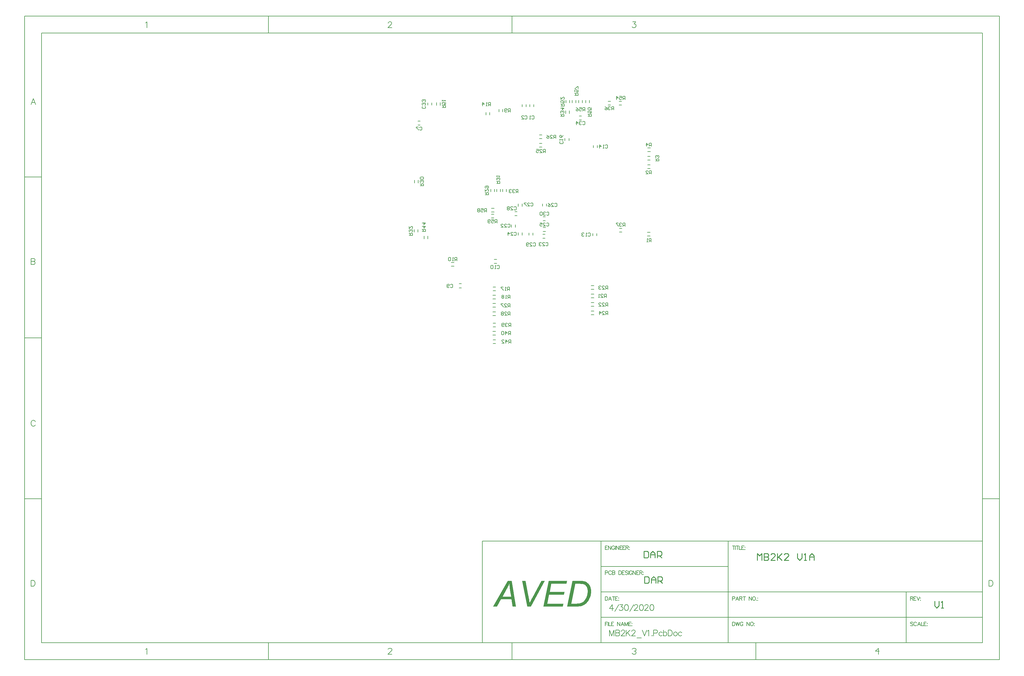
<source format=gbo>
G04*
G04 #@! TF.GenerationSoftware,Altium Limited,Altium Designer,20.0.14 (345)*
G04*
G04 Layer_Color=32896*
%FSLAX44Y44*%
%MOMM*%
G71*
G01*
G75*
%ADD11C,0.2500*%
%ADD14C,0.2000*%
%ADD18C,0.1600*%
%ADD22C,0.1270*%
%ADD23C,0.1778*%
G36*
X410400Y-780000D02*
X399300D01*
X384600Y-703100D01*
X394500D01*
X403300Y-749000D01*
Y-749100D01*
X403400Y-749500D01*
X403500Y-750200D01*
X403700Y-751100D01*
X403900Y-752100D01*
X404100Y-753400D01*
X404400Y-754700D01*
X404700Y-756200D01*
X405200Y-759400D01*
X405800Y-762700D01*
X406200Y-766100D01*
X406400Y-767600D01*
X406600Y-769100D01*
X406700Y-769000D01*
X406800Y-768700D01*
X407100Y-768200D01*
X407400Y-767500D01*
X407800Y-766600D01*
X408300Y-765700D01*
X408800Y-764600D01*
X409400Y-763500D01*
X410600Y-761000D01*
X412000Y-758400D01*
X413300Y-755800D01*
X414500Y-753500D01*
X441900Y-703100D01*
X452400D01*
X410400Y-780000D01*
D02*
G37*
G36*
X561399Y-703200D02*
X563200Y-703300D01*
X565299Y-703400D01*
X567399Y-703600D01*
X569399Y-704000D01*
X571199Y-704400D01*
X571299D01*
X571499Y-704500D01*
X571799Y-704600D01*
X572299Y-704700D01*
X573399Y-705100D01*
X574899Y-705700D01*
X576599Y-706500D01*
X578399Y-707500D01*
X580199Y-708700D01*
X581899Y-710200D01*
X581999D01*
X582099Y-710400D01*
X582599Y-710900D01*
X583399Y-711800D01*
X584399Y-713000D01*
X585499Y-714500D01*
X586699Y-716300D01*
X587799Y-718300D01*
X588699Y-720600D01*
Y-720700D01*
X588799Y-720900D01*
X588899Y-721200D01*
X589099Y-721700D01*
X589199Y-722300D01*
X589399Y-723000D01*
X589599Y-723800D01*
X589899Y-724700D01*
X590299Y-726700D01*
X590599Y-729100D01*
X590899Y-731800D01*
X590999Y-734600D01*
Y-734700D01*
Y-735000D01*
Y-735500D01*
Y-736200D01*
X590899Y-737000D01*
Y-737900D01*
X590799Y-739000D01*
X590599Y-740200D01*
X590299Y-742800D01*
X589799Y-745600D01*
X589099Y-748600D01*
X588099Y-751500D01*
Y-751600D01*
X587999Y-751800D01*
X587799Y-752200D01*
X587599Y-752800D01*
X587299Y-753400D01*
X586999Y-754200D01*
X586099Y-756000D01*
X585099Y-758100D01*
X583799Y-760400D01*
X582399Y-762700D01*
X580799Y-764900D01*
Y-765000D01*
X580599Y-765200D01*
X580399Y-765500D01*
X579999Y-765900D01*
X579099Y-766900D01*
X577899Y-768200D01*
X576499Y-769700D01*
X574899Y-771200D01*
X573099Y-772700D01*
X571299Y-774000D01*
X571199D01*
X571099Y-774100D01*
X570799Y-774300D01*
X570399Y-774500D01*
X569399Y-775100D01*
X567999Y-775800D01*
X566300Y-776600D01*
X564300Y-777400D01*
X562099Y-778200D01*
X559599Y-778800D01*
X559399D01*
X559100Y-778900D01*
X558699Y-779000D01*
X558200Y-779100D01*
X557599Y-779200D01*
X556100Y-779400D01*
X554199Y-779600D01*
X552099Y-779800D01*
X549599Y-779900D01*
X546899Y-780000D01*
X519300D01*
X535299Y-703100D01*
X560600D01*
X561399Y-703200D01*
D02*
G37*
G36*
X517500Y-711800D02*
X471900D01*
X466900Y-735800D01*
X511600D01*
X509800Y-744500D01*
X465100D01*
X459500Y-771300D01*
X508100D01*
X506300Y-780000D01*
X447500D01*
X463600Y-703100D01*
X519300D01*
X517500Y-711800D01*
D02*
G37*
G36*
X365900Y-780000D02*
X355900D01*
X352200Y-757900D01*
X321100D01*
X308800Y-780000D01*
X297500D01*
X340900Y-703100D01*
X353200D01*
X365900Y-780000D01*
D02*
G37*
%LPC*%
G36*
X557399Y-711800D02*
X543699D01*
X531300Y-771300D01*
X545600D01*
X546399Y-771200D01*
X547399D01*
X548400Y-771100D01*
X550700Y-770900D01*
X553200Y-770700D01*
X555700Y-770300D01*
X558200Y-769800D01*
X558400D01*
X558899Y-769600D01*
X559599Y-769400D01*
X560499Y-769100D01*
X561600Y-768700D01*
X562700Y-768300D01*
X565000Y-767100D01*
X565200Y-767000D01*
X565600Y-766700D01*
X566300Y-766100D01*
X567199Y-765400D01*
X568299Y-764500D01*
X569399Y-763400D01*
X570599Y-762200D01*
X571799Y-760800D01*
Y-760700D01*
X571999Y-760600D01*
X572199Y-760300D01*
X572499Y-759900D01*
X573199Y-758800D01*
X574099Y-757400D01*
X575099Y-755700D01*
X576199Y-753700D01*
X577199Y-751500D01*
X578199Y-749100D01*
Y-749000D01*
X578299Y-748800D01*
X578399Y-748400D01*
X578599Y-747900D01*
X578799Y-747300D01*
X578999Y-746600D01*
X579199Y-745700D01*
X579399Y-744700D01*
X579799Y-742500D01*
X580199Y-740000D01*
X580499Y-737200D01*
X580599Y-734100D01*
Y-734000D01*
Y-733700D01*
Y-733200D01*
Y-732500D01*
X580499Y-731800D01*
X580399Y-730900D01*
X580199Y-728800D01*
X579799Y-726500D01*
X579199Y-724100D01*
X578399Y-721800D01*
X577899Y-720700D01*
X577299Y-719700D01*
Y-719600D01*
X577199Y-719500D01*
X576699Y-718900D01*
X575999Y-718000D01*
X574999Y-717000D01*
X573799Y-715900D01*
X572399Y-714800D01*
X570799Y-713800D01*
X568999Y-713100D01*
X568799Y-713000D01*
X568299Y-712900D01*
X567399Y-712700D01*
X566100Y-712400D01*
X564500Y-712200D01*
X562500Y-712000D01*
X560099Y-711900D01*
X557399Y-711800D01*
D02*
G37*
G36*
X345800Y-711500D02*
Y-711600D01*
X345700Y-711800D01*
X345500Y-712200D01*
X345300Y-712700D01*
X345000Y-713300D01*
X344700Y-714100D01*
X344300Y-715000D01*
X343900Y-716000D01*
X343400Y-717100D01*
X342800Y-718300D01*
X341500Y-720900D01*
X339900Y-723900D01*
X338100Y-727200D01*
X325500Y-750000D01*
X351000D01*
X348000Y-730700D01*
Y-730600D01*
X347900Y-730200D01*
X347800Y-729600D01*
X347700Y-728800D01*
X347600Y-727800D01*
X347400Y-726700D01*
X347200Y-725400D01*
X347100Y-724000D01*
X346700Y-721000D01*
X346300Y-717700D01*
X346000Y-714500D01*
X345800Y-711500D01*
D02*
G37*
%LPD*%
D11*
X1620069Y-763933D02*
Y-777262D01*
X1626734Y-783927D01*
X1633398Y-777262D01*
Y-763933D01*
X1640063Y-783927D02*
X1646727D01*
X1643395D01*
Y-763933D01*
X1640063Y-767266D01*
X751069Y-689933D02*
Y-709927D01*
X761066D01*
X764398Y-706595D01*
Y-693266D01*
X761066Y-689933D01*
X751069D01*
X771063Y-709927D02*
Y-696598D01*
X777727Y-689933D01*
X784392Y-696598D01*
Y-709927D01*
Y-699930D01*
X771063D01*
X791056Y-709927D02*
Y-689933D01*
X801053D01*
X804385Y-693266D01*
Y-699930D01*
X801053Y-703262D01*
X791056D01*
X797721D02*
X804385Y-709927D01*
X749069Y-613933D02*
Y-633927D01*
X759066D01*
X762398Y-630595D01*
Y-617266D01*
X759066Y-613933D01*
X749069D01*
X769063Y-633927D02*
Y-620598D01*
X775727Y-613933D01*
X782392Y-620598D01*
Y-633927D01*
Y-623930D01*
X769063D01*
X789056Y-633927D02*
Y-613933D01*
X799053D01*
X802385Y-617266D01*
Y-623930D01*
X799053Y-627262D01*
X789056D01*
X795721D02*
X802385Y-633927D01*
X1089069Y-640927D02*
Y-620933D01*
X1095733Y-627598D01*
X1102398Y-620933D01*
Y-640927D01*
X1109063Y-620933D02*
Y-640927D01*
X1119059D01*
X1122392Y-637595D01*
Y-634263D01*
X1119059Y-630930D01*
X1109063D01*
X1119059D01*
X1122392Y-627598D01*
Y-624266D01*
X1119059Y-620933D01*
X1109063D01*
X1142385Y-640927D02*
X1129056D01*
X1142385Y-627598D01*
Y-624266D01*
X1139053Y-620933D01*
X1132388D01*
X1129056Y-624266D01*
X1149050Y-620933D02*
Y-640927D01*
Y-634263D01*
X1162379Y-620933D01*
X1152382Y-630930D01*
X1162379Y-640927D01*
X1182372D02*
X1169043D01*
X1182372Y-627598D01*
Y-624266D01*
X1179040Y-620933D01*
X1172375D01*
X1169043Y-624266D01*
X1209030Y-620933D02*
Y-634263D01*
X1215695Y-640927D01*
X1222359Y-634263D01*
Y-620933D01*
X1229024Y-640927D02*
X1235688D01*
X1232356D01*
Y-620933D01*
X1229024Y-624266D01*
X1245685Y-640927D02*
Y-627598D01*
X1252350Y-620933D01*
X1259014Y-627598D01*
Y-640927D01*
Y-630930D01*
X1245685D01*
D14*
X292000Y396750D02*
X300000D01*
X292000Y385750D02*
X300000D01*
X534500Y731250D02*
Y739250D01*
X545500Y731250D02*
Y739250D01*
X554000Y731250D02*
Y739250D01*
X565000Y731250D02*
Y739250D01*
X575000Y731250D02*
Y739250D01*
X586000Y731250D02*
Y739250D01*
X674750Y724750D02*
X682750D01*
X674750Y735750D02*
X682750D01*
X515250Y731250D02*
Y739250D01*
X526250Y731250D02*
Y739250D01*
X138750Y723750D02*
Y731750D01*
X127750Y723750D02*
Y731750D01*
X101250Y724250D02*
Y731250D01*
X113250Y724250D02*
Y731250D01*
X419250Y719500D02*
Y726500D01*
X407250Y719500D02*
Y726500D01*
X396500Y719500D02*
Y726500D01*
X384500Y719500D02*
Y726500D01*
X71500Y664000D02*
X78500D01*
X71500Y676000D02*
X78500D01*
X195500Y176250D02*
X202500D01*
X195500Y188250D02*
X202500D01*
X300750Y261750D02*
X307750D01*
X300750Y249750D02*
X307750D01*
X607750Y332500D02*
Y339500D01*
X595750Y332500D02*
Y339500D01*
X609750Y596500D02*
Y603500D01*
X597750Y596500D02*
Y603500D01*
X512500Y617750D02*
Y624750D01*
X524500Y617750D02*
Y624750D01*
X352000Y358250D02*
Y365250D01*
X364000Y358250D02*
Y365250D01*
X445750Y336750D02*
X452750D01*
X445750Y324750D02*
X452750D01*
X372500Y334500D02*
Y341500D01*
X384500Y334500D02*
Y341500D01*
X447250Y345000D02*
X454250D01*
X447250Y357000D02*
X454250D01*
X457000Y421250D02*
Y428250D01*
X445000Y421250D02*
Y428250D01*
X384500Y420750D02*
Y427750D01*
X372500Y420750D02*
Y427750D01*
X362250Y404500D02*
X369250D01*
X362250Y392500D02*
X369250D01*
X404250Y334250D02*
Y341250D01*
X416250Y334250D02*
Y341250D01*
X447000Y377000D02*
X454000D01*
X447000Y389000D02*
X454000D01*
X759750Y331750D02*
X767750D01*
X759750Y342750D02*
X767750D01*
X760250Y534000D02*
X768250D01*
X760250Y545000D02*
X768250D01*
X760250Y559500D02*
X768250D01*
X760250Y570500D02*
X768250D01*
X760500Y585000D02*
X768500D01*
X760500Y596000D02*
X768500D01*
X325500Y704000D02*
Y712000D01*
X314500Y704000D02*
Y712000D01*
X172000Y252000D02*
X180000D01*
X172000Y241000D02*
X180000D01*
X287000Y694500D02*
Y702500D01*
X276000Y694500D02*
Y702500D01*
X296750Y178750D02*
X304750D01*
X296750Y167750D02*
X304750D01*
X296500Y154250D02*
X304500D01*
X296500Y143250D02*
X304500D01*
X591000Y157250D02*
X599000D01*
X591000Y146250D02*
X599000D01*
X591000Y131500D02*
X599000D01*
X591000Y120500D02*
X599000D01*
X591000Y182500D02*
X599000D01*
X591000Y171500D02*
X599000D01*
X591000Y95250D02*
X599000D01*
X591000Y106250D02*
X599000D01*
X436000Y598250D02*
X444000D01*
X436000Y609250D02*
X444000D01*
X436000Y623750D02*
X444000D01*
X436000Y634750D02*
X444000D01*
X296500Y129250D02*
X304500D01*
X296500Y118250D02*
X304500D01*
X296500Y104000D02*
X304500D01*
X296500Y93000D02*
X304500D01*
X290000Y464500D02*
Y472500D01*
X301000Y464500D02*
Y472500D01*
X61750Y491000D02*
Y499000D01*
X72750Y491000D02*
Y499000D01*
X308000Y464500D02*
Y472500D01*
X319000Y464500D02*
Y472500D01*
X60750Y343250D02*
Y351250D01*
X71750Y343250D02*
Y351250D01*
X326250Y464500D02*
Y472500D01*
X337250Y464500D02*
Y472500D01*
X515000Y699500D02*
Y707500D01*
X526000Y699500D02*
Y707500D01*
X641500Y724750D02*
X649500D01*
X641500Y735750D02*
X649500D01*
X675500Y354750D02*
X683500D01*
X675500Y343750D02*
X683500D01*
X296750Y70000D02*
X304750D01*
X296750Y59000D02*
X304750D01*
X296500Y45250D02*
X304500D01*
X296500Y34250D02*
X304500D01*
X296750Y20250D02*
X304750D01*
X296750Y9250D02*
X304750D01*
X101750Y323500D02*
Y331500D01*
X90750Y323500D02*
Y331500D01*
X555000Y691750D02*
X562000D01*
X555000Y679750D02*
X562000D01*
X292250Y414500D02*
X300250D01*
X292250Y403500D02*
X300250D01*
D18*
X308579Y370502D02*
Y380498D01*
X303581D01*
X301915Y378832D01*
Y375500D01*
X303581Y373834D01*
X308579D01*
X305247D02*
X301915Y370502D01*
X291918Y380498D02*
X298582D01*
Y375500D01*
X295250Y377166D01*
X293584D01*
X291918Y375500D01*
Y372168D01*
X293584Y370502D01*
X296916D01*
X298582Y372168D01*
X288585D02*
X286919Y370502D01*
X283587D01*
X281921Y372168D01*
Y378832D01*
X283587Y380498D01*
X286919D01*
X288585Y378832D01*
Y377166D01*
X286919Y375500D01*
X281921D01*
X277329Y403502D02*
Y413498D01*
X272331D01*
X270665Y411832D01*
Y408500D01*
X272331Y406834D01*
X277329D01*
X273997D02*
X270665Y403502D01*
X260668Y413498D02*
X267332D01*
Y408500D01*
X264000Y410166D01*
X262334D01*
X260668Y408500D01*
Y405168D01*
X262334Y403502D01*
X265666D01*
X267332Y405168D01*
X257335Y411832D02*
X255669Y413498D01*
X252337D01*
X250671Y411832D01*
Y410166D01*
X252337Y408500D01*
X250671Y406834D01*
Y405168D01*
X252337Y403502D01*
X255669D01*
X257335Y405168D01*
Y406834D01*
X255669Y408500D01*
X257335Y410166D01*
Y411832D01*
X255669Y408500D02*
X252337D01*
X565586Y673331D02*
X567252Y674997D01*
X570584D01*
X572250Y673331D01*
Y666666D01*
X570584Y665000D01*
X567252D01*
X565586Y666666D01*
X562253Y673331D02*
X560587Y674997D01*
X557255D01*
X555589Y673331D01*
Y671665D01*
X557255Y669998D01*
X558921D01*
X557255D01*
X555589Y668332D01*
Y666666D01*
X557255Y665000D01*
X560587D01*
X562253Y666666D01*
X547258Y665000D02*
Y674997D01*
X552257Y669998D01*
X545592D01*
X85000Y345500D02*
X94997D01*
Y350498D01*
X93331Y352164D01*
X89998D01*
X88332Y350498D01*
Y345500D01*
Y348832D02*
X85000Y352164D01*
Y360495D02*
X94997D01*
X89998Y355497D01*
Y362161D01*
X85000Y370492D02*
X94997D01*
X89998Y365494D01*
Y372158D01*
X350079Y9752D02*
Y19748D01*
X345081D01*
X343414Y18082D01*
Y14750D01*
X345081Y13084D01*
X350079D01*
X346747D02*
X343414Y9752D01*
X335084D02*
Y19748D01*
X340082Y14750D01*
X333418D01*
X323421Y9752D02*
X330085D01*
X323421Y16416D01*
Y18082D01*
X325087Y19748D01*
X328419D01*
X330085Y18082D01*
X349329Y35252D02*
Y45248D01*
X344331D01*
X342664Y43582D01*
Y40250D01*
X344331Y38584D01*
X349329D01*
X345997D02*
X342664Y35252D01*
X334334D02*
Y45248D01*
X339332Y40250D01*
X332668D01*
X329336Y43582D02*
X327669Y45248D01*
X324337D01*
X322671Y43582D01*
Y36918D01*
X324337Y35252D01*
X327669D01*
X329336Y36918D01*
Y43582D01*
X350079Y59752D02*
Y69748D01*
X345081D01*
X343414Y68082D01*
Y64750D01*
X345081Y63084D01*
X350079D01*
X346747D02*
X343414Y59752D01*
X340082Y68082D02*
X338416Y69748D01*
X335084D01*
X333418Y68082D01*
Y66416D01*
X335084Y64750D01*
X336750D01*
X335084D01*
X333418Y63084D01*
Y61418D01*
X335084Y59752D01*
X338416D01*
X340082Y61418D01*
X330085D02*
X328419Y59752D01*
X325087D01*
X323421Y61418D01*
Y68082D01*
X325087Y69748D01*
X328419D01*
X330085Y68082D01*
Y66416D01*
X328419Y64750D01*
X323421D01*
X692500Y360250D02*
Y370247D01*
X687502D01*
X685835Y368581D01*
Y365248D01*
X687502Y363582D01*
X692500D01*
X689168D02*
X685835Y360250D01*
X682503Y368581D02*
X680837Y370247D01*
X677505D01*
X675839Y368581D01*
Y366914D01*
X677505Y365248D01*
X679171D01*
X677505D01*
X675839Y363582D01*
Y361916D01*
X677505Y360250D01*
X680837D01*
X682503Y361916D01*
X672506Y370247D02*
X665842D01*
Y368581D01*
X672506Y361916D01*
Y360250D01*
X658750Y709750D02*
Y719747D01*
X653752D01*
X652085Y718081D01*
Y714748D01*
X653752Y713082D01*
X658750D01*
X655418D02*
X652085Y709750D01*
X648753Y718081D02*
X647087Y719747D01*
X643755D01*
X642089Y718081D01*
Y716414D01*
X643755Y714748D01*
X645421D01*
X643755D01*
X642089Y713082D01*
Y711416D01*
X643755Y709750D01*
X647087D01*
X648753Y711416D01*
X632092Y719747D02*
X635424Y718081D01*
X638756Y714748D01*
Y711416D01*
X637090Y709750D01*
X633758D01*
X632092Y711416D01*
Y713082D01*
X633758Y714748D01*
X638756D01*
X499500Y690250D02*
X509497D01*
Y695248D01*
X507831Y696915D01*
X504498D01*
X502832Y695248D01*
Y690250D01*
Y693582D02*
X499500Y696915D01*
X507831Y700247D02*
X509497Y701913D01*
Y705245D01*
X507831Y706911D01*
X506165D01*
X504498Y705245D01*
Y703579D01*
Y705245D01*
X502832Y706911D01*
X501166D01*
X499500Y705245D01*
Y701913D01*
X501166Y700247D01*
X499500Y715242D02*
X509497D01*
X504498Y710244D01*
Y716908D01*
X372000Y461500D02*
Y471497D01*
X367002D01*
X365336Y469831D01*
Y466498D01*
X367002Y464832D01*
X372000D01*
X368668D02*
X365336Y461500D01*
X362003Y469831D02*
X360337Y471497D01*
X357005D01*
X355339Y469831D01*
Y468164D01*
X357005Y466498D01*
X358671D01*
X357005D01*
X355339Y464832D01*
Y463166D01*
X357005Y461500D01*
X360337D01*
X362003Y463166D01*
X352006Y469831D02*
X350340Y471497D01*
X347008D01*
X345342Y469831D01*
Y468164D01*
X347008Y466498D01*
X348674D01*
X347008D01*
X345342Y464832D01*
Y463166D01*
X347008Y461500D01*
X350340D01*
X352006Y463166D01*
X45500Y333750D02*
X55497D01*
Y338748D01*
X53831Y340415D01*
X50498D01*
X48832Y338748D01*
Y333750D01*
Y337082D02*
X45500Y340415D01*
X53831Y343747D02*
X55497Y345413D01*
Y348745D01*
X53831Y350411D01*
X52165D01*
X50498Y348745D01*
Y347079D01*
Y348745D01*
X48832Y350411D01*
X47166D01*
X45500Y348745D01*
Y345413D01*
X47166Y343747D01*
X45500Y360408D02*
Y353744D01*
X52165Y360408D01*
X53831D01*
X55497Y358742D01*
Y355410D01*
X53831Y353744D01*
X307750Y489250D02*
X317747D01*
Y494248D01*
X316081Y495914D01*
X312748D01*
X311082Y494248D01*
Y489250D01*
Y492582D02*
X307750Y495914D01*
X316081Y499247D02*
X317747Y500913D01*
Y504245D01*
X316081Y505911D01*
X314415D01*
X312748Y504245D01*
Y502579D01*
Y504245D01*
X311082Y505911D01*
X309416D01*
X307750Y504245D01*
Y500913D01*
X309416Y499247D01*
X307750Y509244D02*
Y512576D01*
Y510910D01*
X317747D01*
X316081Y509244D01*
X79000Y482000D02*
X88997D01*
Y486998D01*
X87331Y488665D01*
X83998D01*
X82332Y486998D01*
Y482000D01*
Y485332D02*
X79000Y488665D01*
X87331Y491997D02*
X88997Y493663D01*
Y496995D01*
X87331Y498661D01*
X85665D01*
X83998Y496995D01*
Y495329D01*
Y496995D01*
X82332Y498661D01*
X80666D01*
X79000Y496995D01*
Y493663D01*
X80666Y491997D01*
X87331Y501994D02*
X88997Y503660D01*
Y506992D01*
X87331Y508658D01*
X80666D01*
X79000Y506992D01*
Y503660D01*
X80666Y501994D01*
X87331D01*
X273250Y455000D02*
X283247D01*
Y459998D01*
X281581Y461665D01*
X278248D01*
X276582Y459998D01*
Y455000D01*
Y458332D02*
X273250Y461665D01*
Y471661D02*
Y464997D01*
X279914Y471661D01*
X281581D01*
X283247Y469995D01*
Y466663D01*
X281581Y464997D01*
X274916Y474994D02*
X273250Y476660D01*
Y479992D01*
X274916Y481658D01*
X281581D01*
X283247Y479992D01*
Y476660D01*
X281581Y474994D01*
X279914D01*
X278248Y476660D01*
Y481658D01*
X348079Y93502D02*
Y103498D01*
X343081D01*
X341414Y101832D01*
Y98500D01*
X343081Y96834D01*
X348079D01*
X344747D02*
X341414Y93502D01*
X331418D02*
X338082D01*
X331418Y100166D01*
Y101832D01*
X333084Y103498D01*
X336416D01*
X338082Y101832D01*
X328085D02*
X326419Y103498D01*
X323087D01*
X321421Y101832D01*
Y100166D01*
X323087Y98500D01*
X321421Y96834D01*
Y95168D01*
X323087Y93502D01*
X326419D01*
X328085Y95168D01*
Y96834D01*
X326419Y98500D01*
X328085Y100166D01*
Y101832D01*
X326419Y98500D02*
X323087D01*
X347829Y118502D02*
Y128498D01*
X342831D01*
X341165Y126832D01*
Y123500D01*
X342831Y121834D01*
X347829D01*
X344497D02*
X341165Y118502D01*
X331168D02*
X337832D01*
X331168Y125166D01*
Y126832D01*
X332834Y128498D01*
X336166D01*
X337832Y126832D01*
X327835Y128498D02*
X321171D01*
Y126832D01*
X327835Y120168D01*
Y118502D01*
X485000Y624250D02*
Y634247D01*
X480002D01*
X478335Y632581D01*
Y629248D01*
X480002Y627582D01*
X485000D01*
X481668D02*
X478335Y624250D01*
X468339D02*
X475003D01*
X468339Y630914D01*
Y632581D01*
X470005Y634247D01*
X473337D01*
X475003Y632581D01*
X458342Y634247D02*
X461674Y632581D01*
X465006Y629248D01*
Y625916D01*
X463340Y624250D01*
X460008D01*
X458342Y625916D01*
Y627582D01*
X460008Y629248D01*
X465006D01*
X453500Y581250D02*
Y591247D01*
X448502D01*
X446836Y589581D01*
Y586248D01*
X448502Y584582D01*
X453500D01*
X450168D02*
X446836Y581250D01*
X436839D02*
X443503D01*
X436839Y587915D01*
Y589581D01*
X438505Y591247D01*
X441837D01*
X443503Y589581D01*
X426842Y591247D02*
X433506D01*
Y586248D01*
X430174Y587915D01*
X428508D01*
X426842Y586248D01*
Y582916D01*
X428508Y581250D01*
X431840D01*
X433506Y582916D01*
X641000Y95500D02*
Y105497D01*
X636002D01*
X634336Y103831D01*
Y100498D01*
X636002Y98832D01*
X641000D01*
X637668D02*
X634336Y95500D01*
X624339D02*
X631003D01*
X624339Y102164D01*
Y103831D01*
X626005Y105497D01*
X629337D01*
X631003Y103831D01*
X616008Y95500D02*
Y105497D01*
X621006Y100498D01*
X614342D01*
X640500Y171750D02*
Y181747D01*
X635502D01*
X633835Y180081D01*
Y176748D01*
X635502Y175082D01*
X640500D01*
X637168D02*
X633835Y171750D01*
X623839D02*
X630503D01*
X623839Y178414D01*
Y180081D01*
X625505Y181747D01*
X628837D01*
X630503Y180081D01*
X620506D02*
X618840Y181747D01*
X615508D01*
X613842Y180081D01*
Y178414D01*
X615508Y176748D01*
X617174D01*
X615508D01*
X613842Y175082D01*
Y173416D01*
X615508Y171750D01*
X618840D01*
X620506Y173416D01*
X640500Y120750D02*
Y130747D01*
X635502D01*
X633835Y129081D01*
Y125748D01*
X635502Y124082D01*
X640500D01*
X637168D02*
X633835Y120750D01*
X623839D02*
X630503D01*
X623839Y127415D01*
Y129081D01*
X625505Y130747D01*
X628837D01*
X630503Y129081D01*
X613842Y120750D02*
X620506D01*
X613842Y127415D01*
Y129081D01*
X615508Y130747D01*
X618840D01*
X620506Y129081D01*
X636500Y147000D02*
Y156997D01*
X631502D01*
X629836Y155331D01*
Y151998D01*
X631502Y150332D01*
X636500D01*
X633168D02*
X629836Y147000D01*
X619839D02*
X626503D01*
X619839Y153665D01*
Y155331D01*
X621505Y156997D01*
X624837D01*
X626503Y155331D01*
X616506Y147000D02*
X613174D01*
X614840D01*
Y156997D01*
X616506Y155331D01*
X347996Y144252D02*
Y154248D01*
X342998D01*
X341331Y152582D01*
Y149250D01*
X342998Y147584D01*
X347996D01*
X344664D02*
X341331Y144252D01*
X337999D02*
X334667D01*
X336333D01*
Y154248D01*
X337999Y152582D01*
X329669D02*
X328002Y154248D01*
X324670D01*
X323004Y152582D01*
Y150916D01*
X324670Y149250D01*
X323004Y147584D01*
Y145918D01*
X324670Y144252D01*
X328002D01*
X329669Y145918D01*
Y147584D01*
X328002Y149250D01*
X329669Y150916D01*
Y152582D01*
X328002Y149250D02*
X324670D01*
X345996Y168252D02*
Y178248D01*
X340998D01*
X339331Y176582D01*
Y173250D01*
X340998Y171584D01*
X345996D01*
X342664D02*
X339331Y168252D01*
X335999D02*
X332667D01*
X334333D01*
Y178248D01*
X335999Y176582D01*
X327668Y178248D02*
X321004D01*
Y176582D01*
X327668Y169918D01*
Y168252D01*
X289162Y721908D02*
Y731904D01*
X284163D01*
X282497Y730238D01*
Y726906D01*
X284163Y725240D01*
X289162D01*
X285830D02*
X282497Y721908D01*
X279165D02*
X275833D01*
X277499D01*
Y731904D01*
X279165Y730238D01*
X265836Y721908D02*
Y731904D01*
X270834Y726906D01*
X264170D01*
X188500Y257000D02*
Y266997D01*
X183502D01*
X181835Y265331D01*
Y261998D01*
X183502Y260332D01*
X188500D01*
X185168D02*
X181835Y257000D01*
X178503D02*
X175171D01*
X176837D01*
Y266997D01*
X178503Y265331D01*
X170173D02*
X168506Y266997D01*
X165174D01*
X163508Y265331D01*
Y258666D01*
X165174Y257000D01*
X168506D01*
X170173Y258666D01*
Y265331D01*
X348500Y703500D02*
Y713497D01*
X343502D01*
X341836Y711831D01*
Y708498D01*
X343502Y706832D01*
X348500D01*
X345168D02*
X341836Y703500D01*
X338503Y705166D02*
X336837Y703500D01*
X333505D01*
X331839Y705166D01*
Y711831D01*
X333505Y713497D01*
X336837D01*
X338503Y711831D01*
Y710164D01*
X336837Y708498D01*
X331839D01*
X771500Y600500D02*
Y610497D01*
X766502D01*
X764836Y608831D01*
Y605498D01*
X766502Y603832D01*
X771500D01*
X768168D02*
X764836Y600500D01*
X756505D02*
Y610497D01*
X761503Y605498D01*
X754839D01*
X783750Y556500D02*
X793747D01*
Y561498D01*
X792081Y563164D01*
X788748D01*
X787082Y561498D01*
Y556500D01*
Y559832D02*
X783750Y563164D01*
X792081Y566497D02*
X793747Y568163D01*
Y571495D01*
X792081Y573161D01*
X790415D01*
X788748Y571495D01*
Y569829D01*
Y571495D01*
X787082Y573161D01*
X785416D01*
X783750Y571495D01*
Y568163D01*
X785416Y566497D01*
X771500Y517500D02*
Y527497D01*
X766502D01*
X764836Y525831D01*
Y522498D01*
X766502Y520832D01*
X771500D01*
X768168D02*
X764836Y517500D01*
X754839D02*
X761503D01*
X754839Y524165D01*
Y525831D01*
X756505Y527497D01*
X759837D01*
X761503Y525831D01*
X770750Y313750D02*
Y323747D01*
X765752D01*
X764085Y322081D01*
Y318748D01*
X765752Y317082D01*
X770750D01*
X767418D02*
X764085Y313750D01*
X760753D02*
X757421D01*
X759087D01*
Y323747D01*
X760753Y322081D01*
X457585Y401581D02*
X459252Y403247D01*
X462584D01*
X464250Y401581D01*
Y394916D01*
X462584Y393250D01*
X459252D01*
X457585Y394916D01*
X454253Y401581D02*
X452587Y403247D01*
X449255D01*
X447589Y401581D01*
Y399915D01*
X449255Y398248D01*
X450921D01*
X449255D01*
X447589Y396582D01*
Y394916D01*
X449255Y393250D01*
X452587D01*
X454253Y394916D01*
X444256Y401581D02*
X442590Y403247D01*
X439258D01*
X437592Y401581D01*
Y394916D01*
X439258Y393250D01*
X442590D01*
X444256Y394916D01*
Y401581D01*
X417336Y309331D02*
X419002Y310997D01*
X422334D01*
X424000Y309331D01*
Y302666D01*
X422334Y301000D01*
X419002D01*
X417336Y302666D01*
X407339Y301000D02*
X414003D01*
X407339Y307665D01*
Y309331D01*
X409005Y310997D01*
X412337D01*
X414003Y309331D01*
X404006Y302666D02*
X402340Y301000D01*
X399008D01*
X397342Y302666D01*
Y309331D01*
X399008Y310997D01*
X402340D01*
X404006Y309331D01*
Y307665D01*
X402340Y305998D01*
X397342D01*
X359585Y418081D02*
X361252Y419747D01*
X364584D01*
X366250Y418081D01*
Y411416D01*
X364584Y409750D01*
X361252D01*
X359585Y411416D01*
X349589Y409750D02*
X356253D01*
X349589Y416414D01*
Y418081D01*
X351255Y419747D01*
X354587D01*
X356253Y418081D01*
X346256D02*
X344590Y419747D01*
X341258D01*
X339592Y418081D01*
Y416414D01*
X341258Y414748D01*
X339592Y413082D01*
Y411416D01*
X341258Y409750D01*
X344590D01*
X346256Y411416D01*
Y413082D01*
X344590Y414748D01*
X346256Y416414D01*
Y418081D01*
X344590Y414748D02*
X341258D01*
X410085Y429331D02*
X411752Y430997D01*
X415084D01*
X416750Y429331D01*
Y422666D01*
X415084Y421000D01*
X411752D01*
X410085Y422666D01*
X400089Y421000D02*
X406753D01*
X400089Y427664D01*
Y429331D01*
X401755Y430997D01*
X405087D01*
X406753Y429331D01*
X396756Y430997D02*
X390092D01*
Y429331D01*
X396756Y422666D01*
Y421000D01*
X481836Y428331D02*
X483502Y429997D01*
X486834D01*
X488500Y428331D01*
Y421666D01*
X486834Y420000D01*
X483502D01*
X481836Y421666D01*
X471839Y420000D02*
X478503D01*
X471839Y426665D01*
Y428331D01*
X473505Y429997D01*
X476837D01*
X478503Y428331D01*
X461842Y429997D02*
X465174Y428331D01*
X468506Y424998D01*
Y421666D01*
X466840Y420000D01*
X463508D01*
X461842Y421666D01*
Y423332D01*
X463508Y424998D01*
X468506D01*
X457336Y369331D02*
X459002Y370997D01*
X462334D01*
X464000Y369331D01*
Y362666D01*
X462334Y361000D01*
X459002D01*
X457336Y362666D01*
X447339Y361000D02*
X454003D01*
X447339Y367664D01*
Y369331D01*
X449005Y370997D01*
X452337D01*
X454003Y369331D01*
X437342Y370997D02*
X444006D01*
Y365998D01*
X440674Y367664D01*
X439008D01*
X437342Y365998D01*
Y362666D01*
X439008Y361000D01*
X442340D01*
X444006Y362666D01*
X360085Y341331D02*
X361752Y342997D01*
X365084D01*
X366750Y341331D01*
Y334666D01*
X365084Y333000D01*
X361752D01*
X360085Y334666D01*
X350089Y333000D02*
X356753D01*
X350089Y339664D01*
Y341331D01*
X351755Y342997D01*
X355087D01*
X356753Y341331D01*
X341758Y333000D02*
Y342997D01*
X346756Y337998D01*
X340092D01*
X455085Y310331D02*
X456752Y311997D01*
X460084D01*
X461750Y310331D01*
Y303666D01*
X460084Y302000D01*
X456752D01*
X455085Y303666D01*
X445089Y302000D02*
X451753D01*
X445089Y308664D01*
Y310331D01*
X446755Y311997D01*
X450087D01*
X451753Y310331D01*
X441756D02*
X440090Y311997D01*
X436758D01*
X435092Y310331D01*
Y308664D01*
X436758Y306998D01*
X438424D01*
X436758D01*
X435092Y305332D01*
Y303666D01*
X436758Y302000D01*
X440090D01*
X441756Y303666D01*
X341086Y365831D02*
X342752Y367497D01*
X346084D01*
X347750Y365831D01*
Y359166D01*
X346084Y357500D01*
X342752D01*
X341086Y359166D01*
X331089Y357500D02*
X337753D01*
X331089Y364165D01*
Y365831D01*
X332755Y367497D01*
X336087D01*
X337753Y365831D01*
X321092Y357500D02*
X327756D01*
X321092Y364165D01*
Y365831D01*
X322758Y367497D01*
X326090D01*
X327756Y365831D01*
X505581Y615415D02*
X507247Y613748D01*
Y610416D01*
X505581Y608750D01*
X498916D01*
X497250Y610416D01*
Y613748D01*
X498916Y615415D01*
X497250Y618747D02*
Y622079D01*
Y620413D01*
X507247D01*
X505581Y618747D01*
X507247Y633742D02*
X505581Y630410D01*
X502248Y627077D01*
X498916D01*
X497250Y628744D01*
Y632076D01*
X498916Y633742D01*
X500582D01*
X502248Y632076D01*
Y627077D01*
X633086Y603081D02*
X634752Y604747D01*
X638084D01*
X639750Y603081D01*
Y596416D01*
X638084Y594750D01*
X634752D01*
X633086Y596416D01*
X629753Y594750D02*
X626421D01*
X628087D01*
Y604747D01*
X629753Y603081D01*
X616424Y594750D02*
Y604747D01*
X621423Y599748D01*
X614758D01*
X581586Y339331D02*
X583252Y340997D01*
X586584D01*
X588250Y339331D01*
Y332666D01*
X586584Y331000D01*
X583252D01*
X581586Y332666D01*
X578253Y331000D02*
X574921D01*
X576587D01*
Y340997D01*
X578253Y339331D01*
X569923D02*
X568256Y340997D01*
X564924D01*
X563258Y339331D01*
Y337664D01*
X564924Y335998D01*
X566590D01*
X564924D01*
X563258Y334332D01*
Y332666D01*
X564924Y331000D01*
X568256D01*
X569923Y332666D01*
X309086Y242081D02*
X310752Y243747D01*
X314084D01*
X315750Y242081D01*
Y235416D01*
X314084Y233750D01*
X310752D01*
X309086Y235416D01*
X305753Y233750D02*
X302421D01*
X304087D01*
Y243747D01*
X305753Y242081D01*
X297423D02*
X295756Y243747D01*
X292424D01*
X290758Y242081D01*
Y235416D01*
X292424Y233750D01*
X295756D01*
X297423Y235416D01*
Y242081D01*
X169335Y184831D02*
X171002Y186497D01*
X174334D01*
X176000Y184831D01*
Y178166D01*
X174334Y176500D01*
X171002D01*
X169335Y178166D01*
X166003D02*
X164337Y176500D01*
X161005D01*
X159339Y178166D01*
Y184831D01*
X161005Y186497D01*
X164337D01*
X166003Y184831D01*
Y183165D01*
X164337Y181498D01*
X159339D01*
X76835Y657081D02*
X78502Y658747D01*
X81834D01*
X83500Y657081D01*
Y650416D01*
X81834Y648750D01*
X78502D01*
X76835Y650416D01*
X73503Y658747D02*
X66839D01*
Y657081D01*
X73503Y650416D01*
Y648750D01*
X392336Y690831D02*
X394002Y692497D01*
X397334D01*
X399000Y690831D01*
Y684166D01*
X397334Y682500D01*
X394002D01*
X392336Y684166D01*
X382339Y682500D02*
X389003D01*
X382339Y689165D01*
Y690831D01*
X384005Y692497D01*
X387337D01*
X389003Y690831D01*
X413335D02*
X415002Y692497D01*
X418334D01*
X420000Y690831D01*
Y684166D01*
X418334Y682500D01*
X415002D01*
X413335Y684166D01*
X410003Y682500D02*
X406671D01*
X408337D01*
Y692497D01*
X410003Y690831D01*
X93332Y720585D02*
X94998Y718919D01*
Y715587D01*
X93332Y713921D01*
X86668D01*
X85002Y715587D01*
Y718919D01*
X86668Y720585D01*
X93332Y723918D02*
X94998Y725584D01*
Y728916D01*
X93332Y730582D01*
X91666D01*
X90000Y728916D01*
Y727250D01*
Y728916D01*
X88334Y730582D01*
X86668D01*
X85002Y728916D01*
Y725584D01*
X86668Y723918D01*
X93332Y733914D02*
X94998Y735581D01*
Y738913D01*
X93332Y740579D01*
X91666D01*
X90000Y738913D01*
Y737247D01*
Y738913D01*
X88334Y740579D01*
X86668D01*
X85002Y738913D01*
Y735581D01*
X86668Y733914D01*
X144502Y716587D02*
X154498D01*
Y721585D01*
X152832Y723252D01*
X149500D01*
X147834Y721585D01*
Y716587D01*
Y719919D02*
X144502Y723252D01*
X154498Y733248D02*
Y726584D01*
X149500D01*
X151166Y729916D01*
Y731582D01*
X149500Y733248D01*
X146168D01*
X144502Y731582D01*
Y728250D01*
X146168Y726584D01*
X144502Y736581D02*
Y739913D01*
Y738247D01*
X154498D01*
X152832Y736581D01*
X500500Y721250D02*
X510497D01*
Y726248D01*
X508831Y727915D01*
X505498D01*
X503832Y726248D01*
Y721250D01*
Y724582D02*
X500500Y727915D01*
X510497Y737911D02*
Y731247D01*
X505498D01*
X507164Y734579D01*
Y736245D01*
X505498Y737911D01*
X502166D01*
X500500Y736245D01*
Y732913D01*
X502166Y731247D01*
X500500Y747908D02*
Y741244D01*
X507164Y747908D01*
X508831D01*
X510497Y746242D01*
Y742910D01*
X508831Y741244D01*
X692500Y740750D02*
Y750747D01*
X687502D01*
X685835Y749081D01*
Y745748D01*
X687502Y744082D01*
X692500D01*
X689168D02*
X685835Y740750D01*
X675839Y750747D02*
X682503D01*
Y745748D01*
X679171Y747414D01*
X677505D01*
X675839Y745748D01*
Y742416D01*
X677505Y740750D01*
X680837D01*
X682503Y742416D01*
X667508Y740750D02*
Y750747D01*
X672506Y745748D01*
X665842D01*
X582002Y690421D02*
X591998D01*
Y695419D01*
X590332Y697085D01*
X587000D01*
X585334Y695419D01*
Y690421D01*
Y693753D02*
X582002Y697085D01*
X591998Y707082D02*
Y700418D01*
X587000D01*
X588666Y703750D01*
Y705416D01*
X587000Y707082D01*
X583668D01*
X582002Y705416D01*
Y702084D01*
X583668Y700418D01*
X591998Y717079D02*
Y710415D01*
X587000D01*
X588666Y713747D01*
Y715413D01*
X587000Y717079D01*
X583668D01*
X582002Y715413D01*
Y712081D01*
X583668Y710415D01*
X572329Y707002D02*
Y716998D01*
X567331D01*
X565664Y715332D01*
Y712000D01*
X567331Y710334D01*
X572329D01*
X568997D02*
X565664Y707002D01*
X555668Y716998D02*
X562332D01*
Y712000D01*
X559000Y713666D01*
X557334D01*
X555668Y712000D01*
Y708668D01*
X557334Y707002D01*
X560666D01*
X562332Y708668D01*
X545671Y716998D02*
X549003Y715332D01*
X552336Y712000D01*
Y708668D01*
X550669Y707002D01*
X547337D01*
X545671Y708668D01*
Y710334D01*
X547337Y712000D01*
X552336D01*
X542002Y753671D02*
X551998D01*
Y758669D01*
X550332Y760335D01*
X547000D01*
X545334Y758669D01*
Y753671D01*
Y757003D02*
X542002Y760335D01*
X551998Y770332D02*
Y763668D01*
X547000D01*
X548666Y767000D01*
Y768666D01*
X547000Y770332D01*
X543668D01*
X542002Y768666D01*
Y765334D01*
X543668Y763668D01*
X551998Y773664D02*
Y780329D01*
X550332D01*
X543668Y773664D01*
X542002D01*
D22*
X1084129Y-939377D02*
Y-888577D01*
X1001579D02*
Y-736177D01*
X1534979Y-888577D02*
Y-736177D01*
X620579Y-888577D02*
Y-583777D01*
X1763579Y-888577D02*
Y-583777D01*
X1001579D02*
X1763579D01*
X1001579Y-736177D02*
Y-583777D01*
X620579D02*
X1001579D01*
X620579Y-736177D02*
X1763579D01*
X620579Y-812377D02*
X1763579D01*
X620579Y-888577D02*
X1763579D01*
X620579Y-659977D02*
X1001579D01*
X264979Y-583777D02*
X620579D01*
X264979Y-888577D02*
Y-583777D01*
Y-888577D02*
X620579D01*
X353879Y-939377D02*
Y-888577D01*
X-376371Y-939377D02*
Y-888577D01*
X-1106621Y-456777D02*
X-1055821D01*
X-1106621Y25823D02*
X-1055821D01*
X-1106621Y508423D02*
X-1055821D01*
X-1106621Y-939377D02*
Y991023D01*
X1763579Y-456777D02*
X1814379D01*
X353879Y940223D02*
Y991023D01*
X-376371Y940223D02*
Y991023D01*
X-1055821Y940223D02*
X1763579D01*
Y-888577D02*
Y940223D01*
X-1055821Y-888577D02*
X1763579D01*
X-1055821D02*
Y940223D01*
X-1106621Y991023D02*
X1814379D01*
Y-939377D02*
Y991023D01*
X-1106621Y-939377D02*
X1814379D01*
X1555297Y-827982D02*
X1554209Y-826894D01*
X1552576Y-826349D01*
X1550400D01*
X1548767Y-826894D01*
X1547679Y-827982D01*
Y-829070D01*
X1548223Y-830159D01*
X1548767Y-830703D01*
X1549856Y-831247D01*
X1553121Y-832335D01*
X1554209Y-832879D01*
X1554753Y-833424D01*
X1555297Y-834512D01*
Y-836144D01*
X1554209Y-837233D01*
X1552576Y-837777D01*
X1550400D01*
X1548767Y-837233D01*
X1547679Y-836144D01*
X1566017Y-829070D02*
X1565473Y-827982D01*
X1564385Y-826894D01*
X1563297Y-826349D01*
X1561120D01*
X1560032Y-826894D01*
X1558943Y-827982D01*
X1558399Y-829070D01*
X1557855Y-830703D01*
Y-833424D01*
X1558399Y-835056D01*
X1558943Y-836144D01*
X1560032Y-837233D01*
X1561120Y-837777D01*
X1563297D01*
X1564385Y-837233D01*
X1565473Y-836144D01*
X1566017Y-835056D01*
X1577935Y-837777D02*
X1573582Y-826349D01*
X1569228Y-837777D01*
X1570861Y-833968D02*
X1576302D01*
X1580601Y-826349D02*
Y-837777D01*
X1587131D01*
X1595457Y-826349D02*
X1588383D01*
Y-837777D01*
X1595457D01*
X1588383Y-831791D02*
X1592736D01*
X1597906Y-830159D02*
X1597362Y-830703D01*
X1597906Y-831247D01*
X1598450Y-830703D01*
X1597906Y-830159D01*
Y-836689D02*
X1597362Y-837233D01*
X1597906Y-837777D01*
X1598450Y-837233D01*
X1597906Y-836689D01*
X633279Y-826349D02*
Y-837777D01*
Y-826349D02*
X640353D01*
X633279Y-831791D02*
X637632D01*
X641659Y-826349D02*
Y-837777D01*
X644054Y-826349D02*
Y-837777D01*
X650584D01*
X658909Y-826349D02*
X651835D01*
Y-837777D01*
X658909D01*
X651835Y-831791D02*
X656189D01*
X669793Y-826349D02*
Y-837777D01*
Y-826349D02*
X677411Y-837777D01*
Y-826349D02*
Y-837777D01*
X689274D02*
X684921Y-826349D01*
X680567Y-837777D01*
X682200Y-833968D02*
X687642D01*
X691941Y-826349D02*
Y-837777D01*
Y-826349D02*
X696294Y-837777D01*
X700647Y-826349D02*
X696294Y-837777D01*
X700647Y-826349D02*
Y-837777D01*
X710986Y-826349D02*
X703912D01*
Y-837777D01*
X710986D01*
X703912Y-831791D02*
X708266D01*
X713435Y-830159D02*
X712891Y-830703D01*
X713435Y-831247D01*
X713979Y-830703D01*
X713435Y-830159D01*
Y-836689D02*
X712891Y-837233D01*
X713435Y-837777D01*
X713979Y-837233D01*
X713435Y-836689D01*
X633279Y-678665D02*
X638176D01*
X639809Y-678121D01*
X640353Y-677577D01*
X640897Y-676489D01*
Y-674856D01*
X640353Y-673768D01*
X639809Y-673224D01*
X638176Y-672680D01*
X633279D01*
Y-684107D01*
X651618Y-675400D02*
X651073Y-674312D01*
X649985Y-673224D01*
X648897Y-672680D01*
X646720D01*
X645632Y-673224D01*
X644543Y-674312D01*
X643999Y-675400D01*
X643455Y-677033D01*
Y-679754D01*
X643999Y-681386D01*
X644543Y-682475D01*
X645632Y-683563D01*
X646720Y-684107D01*
X648897D01*
X649985Y-683563D01*
X651073Y-682475D01*
X651618Y-681386D01*
X654828Y-672680D02*
Y-684107D01*
Y-672680D02*
X659726D01*
X661358Y-673224D01*
X661902Y-673768D01*
X662447Y-674856D01*
Y-675945D01*
X661902Y-677033D01*
X661358Y-677577D01*
X659726Y-678121D01*
X654828D02*
X659726D01*
X661358Y-678665D01*
X661902Y-679210D01*
X662447Y-680298D01*
Y-681930D01*
X661902Y-683019D01*
X661358Y-683563D01*
X659726Y-684107D01*
X654828D01*
X673983Y-672680D02*
Y-684107D01*
Y-672680D02*
X677792D01*
X679425Y-673224D01*
X680513Y-674312D01*
X681057Y-675400D01*
X681601Y-677033D01*
Y-679754D01*
X681057Y-681386D01*
X680513Y-682475D01*
X679425Y-683563D01*
X677792Y-684107D01*
X673983D01*
X691233Y-672680D02*
X684159D01*
Y-684107D01*
X691233D01*
X684159Y-678121D02*
X688512D01*
X700756Y-674312D02*
X699668Y-673224D01*
X698035Y-672680D01*
X695859D01*
X694226Y-673224D01*
X693138Y-674312D01*
Y-675400D01*
X693682Y-676489D01*
X694226Y-677033D01*
X695314Y-677577D01*
X698579Y-678665D01*
X699668Y-679210D01*
X700212Y-679754D01*
X700756Y-680842D01*
Y-682475D01*
X699668Y-683563D01*
X698035Y-684107D01*
X695859D01*
X694226Y-683563D01*
X693138Y-682475D01*
X703314Y-672680D02*
Y-684107D01*
X713870Y-675400D02*
X713326Y-674312D01*
X712238Y-673224D01*
X711150Y-672680D01*
X708973D01*
X707885Y-673224D01*
X706796Y-674312D01*
X706252Y-675400D01*
X705708Y-677033D01*
Y-679754D01*
X706252Y-681386D01*
X706796Y-682475D01*
X707885Y-683563D01*
X708973Y-684107D01*
X711150D01*
X712238Y-683563D01*
X713326Y-682475D01*
X713870Y-681386D01*
Y-679754D01*
X711150D02*
X713870D01*
X716482Y-672680D02*
Y-684107D01*
Y-672680D02*
X724101Y-684107D01*
Y-672680D02*
Y-684107D01*
X734331Y-672680D02*
X727257D01*
Y-684107D01*
X734331D01*
X727257Y-678121D02*
X731610D01*
X736236Y-672680D02*
Y-684107D01*
Y-672680D02*
X741133D01*
X742766Y-673224D01*
X743310Y-673768D01*
X743854Y-674856D01*
Y-675945D01*
X743310Y-677033D01*
X742766Y-677577D01*
X741133Y-678121D01*
X736236D01*
X740045D02*
X743854Y-684107D01*
X746956Y-676489D02*
X746412Y-677033D01*
X746956Y-677577D01*
X747500Y-677033D01*
X746956Y-676489D01*
Y-683019D02*
X746412Y-683563D01*
X746956Y-684107D01*
X747500Y-683563D01*
X746956Y-683019D01*
X1018088Y-597749D02*
Y-609177D01*
X1014279Y-597749D02*
X1021897D01*
X1023258D02*
Y-609177D01*
X1029461Y-597749D02*
Y-609177D01*
X1025652Y-597749D02*
X1033271D01*
X1034631D02*
Y-609177D01*
X1041161D01*
X1049487Y-597749D02*
X1042413D01*
Y-609177D01*
X1049487D01*
X1042413Y-603191D02*
X1046766D01*
X1051936Y-601559D02*
X1051391Y-602103D01*
X1051936Y-602647D01*
X1052480Y-602103D01*
X1051936Y-601559D01*
Y-608089D02*
X1051391Y-608633D01*
X1051936Y-609177D01*
X1052480Y-608633D01*
X1051936Y-608089D01*
X1014279Y-756135D02*
X1019176D01*
X1020809Y-755591D01*
X1021353Y-755047D01*
X1021897Y-753959D01*
Y-752326D01*
X1021353Y-751238D01*
X1020809Y-750694D01*
X1019176Y-750150D01*
X1014279D01*
Y-761577D01*
X1033162D02*
X1028808Y-750150D01*
X1024455Y-761577D01*
X1026087Y-757768D02*
X1031529D01*
X1035828Y-750150D02*
Y-761577D01*
Y-750150D02*
X1040726D01*
X1042358Y-750694D01*
X1042902Y-751238D01*
X1043447Y-752326D01*
Y-753415D01*
X1042902Y-754503D01*
X1042358Y-755047D01*
X1040726Y-755591D01*
X1035828D01*
X1039637D02*
X1043447Y-761577D01*
X1049813Y-750150D02*
Y-761577D01*
X1046004Y-750150D02*
X1053622D01*
X1063962D02*
Y-761577D01*
Y-750150D02*
X1071580Y-761577D01*
Y-750150D02*
Y-761577D01*
X1078001Y-750150D02*
X1076913Y-750694D01*
X1075825Y-751782D01*
X1075280Y-752870D01*
X1074736Y-754503D01*
Y-757224D01*
X1075280Y-758856D01*
X1075825Y-759945D01*
X1076913Y-761033D01*
X1078001Y-761577D01*
X1080178D01*
X1081266Y-761033D01*
X1082355Y-759945D01*
X1082899Y-758856D01*
X1083443Y-757224D01*
Y-754503D01*
X1082899Y-752870D01*
X1082355Y-751782D01*
X1081266Y-750694D01*
X1080178Y-750150D01*
X1078001D01*
X1086654Y-760489D02*
X1086109Y-761033D01*
X1086654Y-761577D01*
X1087198Y-761033D01*
X1086654Y-760489D01*
X1090245Y-753959D02*
X1089701Y-754503D01*
X1090245Y-755047D01*
X1090789Y-754503D01*
X1090245Y-753959D01*
Y-760489D02*
X1089701Y-761033D01*
X1090245Y-761577D01*
X1090789Y-761033D01*
X1090245Y-760489D01*
X640353Y-597749D02*
X633279D01*
Y-609177D01*
X640353D01*
X633279Y-603191D02*
X637632D01*
X642258Y-597749D02*
Y-609177D01*
Y-597749D02*
X649876Y-609177D01*
Y-597749D02*
Y-609177D01*
X661195Y-600470D02*
X660651Y-599382D01*
X659562Y-598294D01*
X658474Y-597749D01*
X656297D01*
X655209Y-598294D01*
X654121Y-599382D01*
X653577Y-600470D01*
X653032Y-602103D01*
Y-604824D01*
X653577Y-606456D01*
X654121Y-607545D01*
X655209Y-608633D01*
X656297Y-609177D01*
X658474D01*
X659562Y-608633D01*
X660651Y-607545D01*
X661195Y-606456D01*
Y-604824D01*
X658474D02*
X661195D01*
X663807Y-597749D02*
Y-609177D01*
X666201Y-597749D02*
Y-609177D01*
Y-597749D02*
X673820Y-609177D01*
Y-597749D02*
Y-609177D01*
X684050Y-597749D02*
X676976D01*
Y-609177D01*
X684050D01*
X676976Y-603191D02*
X681329D01*
X693029Y-597749D02*
X685955D01*
Y-609177D01*
X693029D01*
X685955Y-603191D02*
X690308D01*
X694933Y-597749D02*
Y-609177D01*
Y-597749D02*
X699831D01*
X701463Y-598294D01*
X702008Y-598838D01*
X702552Y-599926D01*
Y-601015D01*
X702008Y-602103D01*
X701463Y-602647D01*
X699831Y-603191D01*
X694933D01*
X698743D02*
X702552Y-609177D01*
X705654Y-601559D02*
X705109Y-602103D01*
X705654Y-602647D01*
X706198Y-602103D01*
X705654Y-601559D01*
Y-608089D02*
X705109Y-608633D01*
X705654Y-609177D01*
X706198Y-608633D01*
X705654Y-608089D01*
X1014279Y-826349D02*
Y-837777D01*
Y-826349D02*
X1018088D01*
X1019721Y-826894D01*
X1020809Y-827982D01*
X1021353Y-829070D01*
X1021897Y-830703D01*
Y-833424D01*
X1021353Y-835056D01*
X1020809Y-836144D01*
X1019721Y-837233D01*
X1018088Y-837777D01*
X1014279D01*
X1024455Y-826349D02*
X1027176Y-837777D01*
X1029897Y-826349D02*
X1027176Y-837777D01*
X1029897Y-826349D02*
X1032617Y-837777D01*
X1035338Y-826349D02*
X1032617Y-837777D01*
X1045786Y-829070D02*
X1045242Y-827982D01*
X1044154Y-826894D01*
X1043066Y-826349D01*
X1040889D01*
X1039800Y-826894D01*
X1038712Y-827982D01*
X1038168Y-829070D01*
X1037624Y-830703D01*
Y-833424D01*
X1038168Y-835056D01*
X1038712Y-836144D01*
X1039800Y-837233D01*
X1040889Y-837777D01*
X1043066D01*
X1044154Y-837233D01*
X1045242Y-836144D01*
X1045786Y-835056D01*
Y-833424D01*
X1043066D02*
X1045786D01*
X1057377Y-826349D02*
Y-837777D01*
Y-826349D02*
X1064996Y-837777D01*
Y-826349D02*
Y-837777D01*
X1071417Y-826349D02*
X1070328Y-826894D01*
X1069240Y-827982D01*
X1068696Y-829070D01*
X1068152Y-830703D01*
Y-833424D01*
X1068696Y-835056D01*
X1069240Y-836144D01*
X1070328Y-837233D01*
X1071417Y-837777D01*
X1073594D01*
X1074682Y-837233D01*
X1075770Y-836144D01*
X1076314Y-835056D01*
X1076859Y-833424D01*
Y-830703D01*
X1076314Y-829070D01*
X1075770Y-827982D01*
X1074682Y-826894D01*
X1073594Y-826349D01*
X1071417D01*
X1080069Y-830159D02*
X1079525Y-830703D01*
X1080069Y-831247D01*
X1080613Y-830703D01*
X1080069Y-830159D01*
Y-836689D02*
X1079525Y-837233D01*
X1080069Y-837777D01*
X1080613Y-837233D01*
X1080069Y-836689D01*
X1547679Y-750150D02*
Y-761577D01*
Y-750150D02*
X1552576D01*
X1554209Y-750694D01*
X1554753Y-751238D01*
X1555297Y-752326D01*
Y-753415D01*
X1554753Y-754503D01*
X1554209Y-755047D01*
X1552576Y-755591D01*
X1547679D01*
X1551488D02*
X1555297Y-761577D01*
X1564929Y-750150D02*
X1557855D01*
Y-761577D01*
X1564929D01*
X1557855Y-755591D02*
X1562208D01*
X1566834Y-750150D02*
X1571187Y-761577D01*
X1575540Y-750150D02*
X1571187Y-761577D01*
X1577554Y-753959D02*
X1577010Y-754503D01*
X1577554Y-755047D01*
X1578098Y-754503D01*
X1577554Y-753959D01*
Y-760489D02*
X1577010Y-761033D01*
X1577554Y-761577D01*
X1578098Y-761033D01*
X1577554Y-760489D01*
X633279Y-750150D02*
Y-761577D01*
Y-750150D02*
X637088D01*
X638721Y-750694D01*
X639809Y-751782D01*
X640353Y-752870D01*
X640897Y-754503D01*
Y-757224D01*
X640353Y-758856D01*
X639809Y-759945D01*
X638721Y-761033D01*
X637088Y-761577D01*
X633279D01*
X652162D02*
X647808Y-750150D01*
X643455Y-761577D01*
X645088Y-757768D02*
X650529D01*
X658637Y-750150D02*
Y-761577D01*
X654828Y-750150D02*
X662447D01*
X670881D02*
X663807D01*
Y-761577D01*
X670881D01*
X663807Y-755591D02*
X668160D01*
X673330Y-753959D02*
X672786Y-754503D01*
X673330Y-755047D01*
X673874Y-754503D01*
X673330Y-753959D01*
Y-760489D02*
X672786Y-761033D01*
X673330Y-761577D01*
X673874Y-761033D01*
X673330Y-760489D01*
D23*
X645979Y-850481D02*
Y-868257D01*
Y-850481D02*
X652751Y-868257D01*
X659523Y-850481D02*
X652751Y-868257D01*
X659523Y-850481D02*
Y-868257D01*
X664602Y-850481D02*
Y-868257D01*
Y-850481D02*
X672220D01*
X674760Y-851327D01*
X675606Y-852174D01*
X676452Y-853867D01*
Y-855560D01*
X675606Y-857253D01*
X674760Y-858099D01*
X672220Y-858946D01*
X664602D02*
X672220D01*
X674760Y-859792D01*
X675606Y-860639D01*
X676452Y-862332D01*
Y-864871D01*
X675606Y-866564D01*
X674760Y-867411D01*
X672220Y-868257D01*
X664602D01*
X681277Y-854713D02*
Y-853867D01*
X682124Y-852174D01*
X682970Y-851327D01*
X684663Y-850481D01*
X688049D01*
X689742Y-851327D01*
X690589Y-852174D01*
X691435Y-853867D01*
Y-855560D01*
X690589Y-857253D01*
X688896Y-859792D01*
X680431Y-868257D01*
X692282D01*
X696260Y-850481D02*
Y-868257D01*
X708111Y-850481D02*
X696260Y-862332D01*
X700493Y-858099D02*
X708111Y-868257D01*
X712936Y-854713D02*
Y-853867D01*
X713783Y-852174D01*
X714629Y-851327D01*
X716322Y-850481D01*
X719708D01*
X721401Y-851327D01*
X722247Y-852174D01*
X723094Y-853867D01*
Y-855560D01*
X722247Y-857253D01*
X720554Y-859792D01*
X712089Y-868257D01*
X723940D01*
X727919Y-874182D02*
X741463D01*
X743748Y-850481D02*
X750520Y-868257D01*
X757292Y-850481D02*
X750520Y-868257D01*
X759577Y-853867D02*
X761270Y-853020D01*
X763810Y-850481D01*
Y-868257D01*
X773460Y-866564D02*
X772613Y-867411D01*
X773460Y-868257D01*
X774306Y-867411D01*
X773460Y-866564D01*
X778200Y-859792D02*
X785818D01*
X788358Y-858946D01*
X789204Y-858099D01*
X790051Y-856406D01*
Y-853867D01*
X789204Y-852174D01*
X788358Y-851327D01*
X785818Y-850481D01*
X778200D01*
Y-868257D01*
X804187Y-858946D02*
X802494Y-857253D01*
X800801Y-856406D01*
X798262D01*
X796569Y-857253D01*
X794876Y-858946D01*
X794029Y-861485D01*
Y-863178D01*
X794876Y-865717D01*
X796569Y-867411D01*
X798262Y-868257D01*
X800801D01*
X802494Y-867411D01*
X804187Y-865717D01*
X807996Y-850481D02*
Y-868257D01*
Y-858946D02*
X809689Y-857253D01*
X811382Y-856406D01*
X813922D01*
X815615Y-857253D01*
X817308Y-858946D01*
X818154Y-861485D01*
Y-863178D01*
X817308Y-865717D01*
X815615Y-867411D01*
X813922Y-868257D01*
X811382D01*
X809689Y-867411D01*
X807996Y-865717D01*
X821963Y-850481D02*
Y-868257D01*
Y-850481D02*
X827889D01*
X830428Y-851327D01*
X832121Y-853020D01*
X832968Y-854713D01*
X833814Y-857253D01*
Y-861485D01*
X832968Y-864025D01*
X832121Y-865717D01*
X830428Y-867411D01*
X827889Y-868257D01*
X821963D01*
X842025Y-856406D02*
X840332Y-857253D01*
X838639Y-858946D01*
X837793Y-861485D01*
Y-863178D01*
X838639Y-865717D01*
X840332Y-867411D01*
X842025Y-868257D01*
X844565D01*
X846257Y-867411D01*
X847950Y-865717D01*
X848797Y-863178D01*
Y-861485D01*
X847950Y-858946D01*
X846257Y-857253D01*
X844565Y-856406D01*
X842025D01*
X862849Y-858946D02*
X861156Y-857253D01*
X859463Y-856406D01*
X856923D01*
X855230Y-857253D01*
X853537Y-858946D01*
X852691Y-861485D01*
Y-863178D01*
X853537Y-865717D01*
X855230Y-867411D01*
X856923Y-868257D01*
X859463D01*
X861156Y-867411D01*
X862849Y-865717D01*
X654444Y-774281D02*
X645979Y-786132D01*
X658676D01*
X654444Y-774281D02*
Y-792057D01*
X661808Y-794596D02*
X673659Y-774281D01*
X676537D02*
X685848D01*
X680770Y-781053D01*
X683309D01*
X685002Y-781899D01*
X685848Y-782746D01*
X686695Y-785285D01*
Y-786978D01*
X685848Y-789518D01*
X684156Y-791210D01*
X681616Y-792057D01*
X679077D01*
X676537Y-791210D01*
X675691Y-790364D01*
X674844Y-788671D01*
X695752Y-774281D02*
X693213Y-775127D01*
X691520Y-777667D01*
X690673Y-781899D01*
Y-784439D01*
X691520Y-788671D01*
X693213Y-791210D01*
X695752Y-792057D01*
X697445D01*
X699985Y-791210D01*
X701678Y-788671D01*
X702524Y-784439D01*
Y-781899D01*
X701678Y-777667D01*
X699985Y-775127D01*
X697445Y-774281D01*
X695752D01*
X706503Y-794596D02*
X718354Y-774281D01*
X720385Y-778513D02*
Y-777667D01*
X721232Y-775974D01*
X722078Y-775127D01*
X723771Y-774281D01*
X727157D01*
X728850Y-775127D01*
X729696Y-775974D01*
X730543Y-777667D01*
Y-779360D01*
X729696Y-781053D01*
X728003Y-783592D01*
X719539Y-792057D01*
X731389D01*
X740447Y-774281D02*
X737907Y-775127D01*
X736214Y-777667D01*
X735368Y-781899D01*
Y-784439D01*
X736214Y-788671D01*
X737907Y-791210D01*
X740447Y-792057D01*
X742140D01*
X744679Y-791210D01*
X746372Y-788671D01*
X747219Y-784439D01*
Y-781899D01*
X746372Y-777667D01*
X744679Y-775127D01*
X742140Y-774281D01*
X740447D01*
X752044Y-778513D02*
Y-777667D01*
X752890Y-775974D01*
X753737Y-775127D01*
X755430Y-774281D01*
X758816D01*
X760508Y-775127D01*
X761355Y-775974D01*
X762201Y-777667D01*
Y-779360D01*
X761355Y-781053D01*
X759662Y-783592D01*
X751197Y-792057D01*
X763048D01*
X772105Y-774281D02*
X769566Y-775127D01*
X767873Y-777667D01*
X767026Y-781899D01*
Y-784439D01*
X767873Y-788671D01*
X769566Y-791210D01*
X772105Y-792057D01*
X773798D01*
X776338Y-791210D01*
X778031Y-788671D01*
X778877Y-784439D01*
Y-781899D01*
X778031Y-777667D01*
X776338Y-775127D01*
X773798Y-774281D01*
X772105D01*
X1451664Y-922867D02*
Y-905093D01*
X1442777Y-913980D01*
X1454626D01*
X713797Y-908055D02*
X716759Y-905093D01*
X722684D01*
X725647Y-908055D01*
Y-911018D01*
X722684Y-913980D01*
X719722D01*
X722684D01*
X725647Y-916942D01*
Y-919905D01*
X722684Y-922867D01*
X716759D01*
X713797Y-919905D01*
X-5874Y-922867D02*
X-17723D01*
X-5874Y-911018D01*
Y-908055D01*
X-8836Y-905093D01*
X-14761D01*
X-17723Y-908055D01*
X-744163Y-908477D02*
X-742470Y-907630D01*
X-739930Y-905091D01*
Y-922867D01*
X715490Y974509D02*
X724801D01*
X719722Y967737D01*
X722262D01*
X723955Y966891D01*
X724801Y966044D01*
X725648Y963505D01*
Y961812D01*
X724801Y959273D01*
X723108Y957579D01*
X720569Y956733D01*
X718029D01*
X715490Y957579D01*
X714643Y958426D01*
X713797Y960119D01*
X-16876Y970277D02*
Y971123D01*
X-16030Y972816D01*
X-15184Y973663D01*
X-13491Y974509D01*
X-10105D01*
X-8412Y973663D01*
X-7565Y972816D01*
X-6719Y971123D01*
Y969430D01*
X-7565Y967737D01*
X-9258Y965198D01*
X-17723Y956733D01*
X-5872D01*
X-744163Y971123D02*
X-742470Y971970D01*
X-739930Y974509D01*
Y956733D01*
X-1087571Y-701383D02*
Y-719159D01*
Y-701383D02*
X-1081646D01*
X-1079106Y-702229D01*
X-1077413Y-703922D01*
X-1076567Y-705615D01*
X-1075720Y-708155D01*
Y-712387D01*
X-1076567Y-714927D01*
X-1077413Y-716619D01*
X-1079106Y-718313D01*
X-1081646Y-719159D01*
X-1087571D01*
X-1074874Y-225555D02*
X-1075720Y-223862D01*
X-1077413Y-222169D01*
X-1079106Y-221323D01*
X-1082492D01*
X-1084185Y-222169D01*
X-1085878Y-223862D01*
X-1086724Y-225555D01*
X-1087571Y-228095D01*
Y-232327D01*
X-1086724Y-234867D01*
X-1085878Y-236560D01*
X-1084185Y-238253D01*
X-1082492Y-239099D01*
X-1079106D01*
X-1077413Y-238253D01*
X-1075720Y-236560D01*
X-1074874Y-234867D01*
X-1087571Y263817D02*
Y246041D01*
Y263817D02*
X-1079953D01*
X-1077413Y262971D01*
X-1076567Y262124D01*
X-1075720Y260431D01*
Y258738D01*
X-1076567Y257045D01*
X-1077413Y256199D01*
X-1079953Y255352D01*
X-1087571D02*
X-1079953D01*
X-1077413Y254506D01*
X-1076567Y253659D01*
X-1075720Y251966D01*
Y249427D01*
X-1076567Y247734D01*
X-1077413Y246887D01*
X-1079953Y246041D01*
X-1087571D01*
X-1074027Y726609D02*
X-1080799Y744385D01*
X-1087571Y726609D01*
X-1085032Y732534D02*
X-1076567D01*
X1782629Y-701383D02*
Y-719159D01*
Y-701383D02*
X1788554D01*
X1791094Y-702229D01*
X1792787Y-703922D01*
X1793633Y-705615D01*
X1794480Y-708155D01*
Y-712387D01*
X1793633Y-714927D01*
X1792787Y-716619D01*
X1791094Y-718313D01*
X1788554Y-719159D01*
X1782629D01*
M02*

</source>
